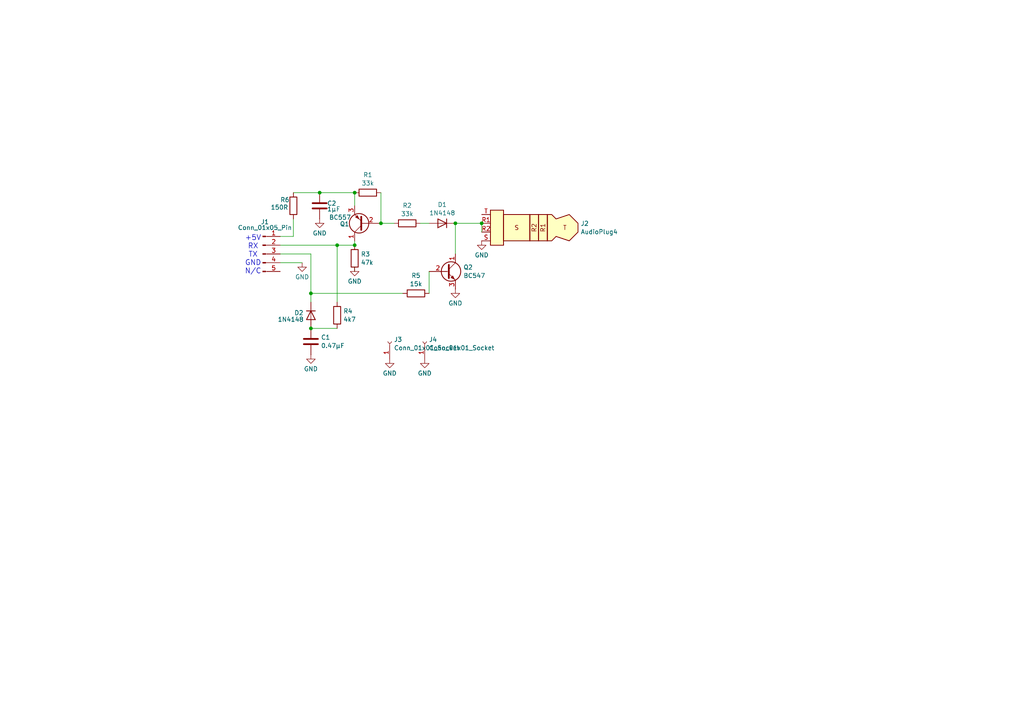
<source format=kicad_sch>
(kicad_sch (version 20231120) (generator "eeschema") (generator_version "8.0")
  (paper "A4")
  (lib_symbols
    (symbol "Connector:Conn_01x01_Socket" (pin_names (offset 1.016) hide)
      (property "Reference" "J" (at 0 2.54 0))
      (property "Value" "Conn_01x01_Socket" (at 0 -2.54 0))
      (symbol "Conn_01x01_Socket_1_1"
        (polyline (pts (xy -1.27 0) (xy -0.508 0)) (stroke (width 0.1524)))
        (arc (start 0 0.508) (mid -0.5058 0) (end 0 -0.508) (stroke (width 0.1524)))
        (pin passive line (at -5.08 0 0) (length 3.81) (name "Pin_1") (number "1"))
      )
    )
    (symbol "Connector:Conn_01x05_Pin" (pin_names (offset 1.016) hide)
      (property "Reference" "J" (at 0 7.62 0))
      (property "Value" "Conn_01x05_Pin" (at 0 -7.62 0))
      (symbol "Conn_01x05_Pin_1_1"
        (polyline (pts (xy 1.27 -5.08) (xy 0.8636 -5.08)) (stroke (width 0.1524)))
        (polyline (pts (xy 1.27 -2.54) (xy 0.8636 -2.54)) (stroke (width 0.1524)))
        (polyline (pts (xy 1.27 0) (xy 0.8636 0)) (stroke (width 0.1524)))
        (polyline (pts (xy 1.27 2.54) (xy 0.8636 2.54)) (stroke (width 0.1524)))
        (polyline (pts (xy 1.27 5.08) (xy 0.8636 5.08)) (stroke (width 0.1524)))
        (rectangle (start 0.8636 -4.953) (end 0 -5.207) (stroke (width 0.1524)) (fill (type outline)))
        (rectangle (start 0.8636 -2.413) (end 0 -2.667) (stroke (width 0.1524)) (fill (type outline)))
        (rectangle (start 0.8636 0.127) (end 0 -0.127) (stroke (width 0.1524)) (fill (type outline)))
        (rectangle (start 0.8636 2.667) (end 0 2.413) (stroke (width 0.1524)) (fill (type outline)))
        (rectangle (start 0.8636 5.207) (end 0 4.953) (stroke (width 0.1524)) (fill (type outline)))
        (pin passive line (at 5.08 5.08 180) (length 3.81) (name "Pin_1") (number "1"))
        (pin passive line (at 5.08 2.54 180) (length 3.81) (name "Pin_2") (number "2"))
        (pin passive line (at 5.08 0 180) (length 3.81) (name "Pin_3") (number "3"))
        (pin passive line (at 5.08 -2.54 180) (length 3.81) (name "Pin_4") (number "4"))
        (pin passive line (at 5.08 -5.08 180) (length 3.81) (name "Pin_5") (number "5"))
      )
    )
    (symbol "Connector_Audio:AudioPlug4"
      (property "Reference" "J" (at 10.16 5.08 0))
      (property "Value" "AudioPlug4" (at 11.43 -7.62 0))
      (symbol "AudioPlug4_0_0"
        (text "R1" (at -2.54 -1.27 900) (effects (font (size 1.27 1.27))))
        (text "R2" (at 0 -1.27 900) (effects (font (size 1.27 1.27))))
        (text "S" (at 5.08 -1.27 0) (effects (font (size 1.27 1.27))))
        (text "T" (at -8.89 -1.27 0) (effects (font (size 1.27 1.27))))
      )
      (symbol "AudioPlug4_0_1"
        (rectangle (start -1.27 2.54) (end -3.81 -5.08) (stroke (width 0.254)) (fill (type background)))
        (polyline (pts (xy -3.81 2.54) (xy -5.08 2.54) (xy -6.35 1.27) (xy -10.16 2.54) (xy -12.7 0) (xy -12.7 -2.54) (xy -10.16 -5.08) (xy -6.35 -3.81) (xy -5.08 -5.08) (xy -3.81 -5.08) (xy -3.81 2.54)) (stroke (width 0.254)) (fill (type background)))
        (rectangle (start 1.27 2.54) (end -1.27 -5.08) (stroke (width 0.254)) (fill (type background)))
        (rectangle (start 1.27 2.54) (end 8.89 -5.08) (stroke (width 0.254)) (fill (type background)))
        (rectangle (start 12.7 3.81) (end 8.89 -6.35) (stroke (width 0.254)) (fill (type background)))
      )
      (symbol "AudioPlug4_1_1"
        (pin passive line (at 15.24 -2.54 180) (length 2.54) (name "~") (number "R1"))
        (pin passive line (at 15.24 0 180) (length 2.54) (name "~") (number "R2"))
        (pin passive line (at 15.24 2.54 180) (length 2.54) (name "~") (number "S"))
        (pin passive line (at 15.24 -5.08 180) (length 2.54) (name "~") (number "T"))
      )
    )
    (symbol "D_1" (pin_numbers hide) (pin_names (offset 1.016) hide)
      (property "Reference" "D1" (at 0 -5.4145 0))
      (property "Value" "1N4148" (at 0 -2.9902 0))
      (symbol "D_1_0_1"
        (polyline (pts (xy -1.27 1.27) (xy -1.27 -1.27)) (stroke (width 0.254)))
        (polyline (pts (xy 1.27 0) (xy -1.27 0)))
        (polyline (pts (xy 1.27 1.27) (xy 1.27 -1.27) (xy -1.27 0) (xy 1.27 1.27)) (stroke (width 0.254)))
      )
      (symbol "D_1_1_1"
        (pin passive line (at 3.81 0 180) (length 2.54) (name "A") (number "1"))
        (pin passive line (at -3.81 0 0) (length 2.54) (name "K") (number "3"))
      )
    )
    (symbol "Device:C" (pin_numbers hide) (pin_names (offset 0.254))
      (property "Reference" "C" (at 0.635 2.54 0))
      (property "Value" "C" (at 0.635 -2.54 0))
      (symbol "C_0_1"
        (polyline (pts (xy -2.032 -0.762) (xy 2.032 -0.762)) (stroke (width 0.508)))
        (polyline (pts (xy -2.032 0.762) (xy 2.032 0.762)) (stroke (width 0.508)))
      )
      (symbol "C_1_1"
        (pin passive line (at 0 3.81 270) (length 2.794) (name "~") (number "1"))
        (pin passive line (at 0 -3.81 90) (length 2.794) (name "~") (number "2"))
      )
    )
    (symbol "Device:D" (pin_numbers hide) (pin_names (offset 1.016) hide)
      (property "Reference" "D2" (at -0.7042 -4.826 90))
      (property "Value" "1N4148" (at 1.2121 -9.652 90))
      (symbol "D_0_1"
        (polyline (pts (xy -1.27 1.27) (xy -1.27 -1.27)) (stroke (width 0.254)))
        (polyline (pts (xy 1.27 0) (xy -1.27 0)))
        (polyline (pts (xy 1.27 1.27) (xy 1.27 -1.27) (xy -1.27 0) (xy 1.27 1.27)) (stroke (width 0.254)))
      )
      (symbol "D_1_1"
        (pin passive line (at 3.81 0 180) (length 2.54) (name "A") (number "1"))
        (pin passive line (at -3.81 0 0) (length 2.54) (name "K") (number "3"))
      )
    )
    (symbol "Device:R" (pin_numbers hide) (pin_names (offset 0))
      (property "Reference" "R" (at 2.032 0 90))
      (property "Value" "R" (at 0 0 90))
      (symbol "R_0_1"
        (rectangle (start -1.016 -2.54) (end 1.016 2.54) (stroke (width 0.254)))
      )
      (symbol "R_1_1"
        (pin passive line (at 0 3.81 270) (length 1.27) (name "~") (number "1"))
        (pin passive line (at 0 -3.81 90) (length 1.27) (name "~") (number "2"))
      )
    )
    (symbol "Transistor_BJT:BC547" (pin_names (offset 0) hide)
      (property "Reference" "Q" (at 5.08 1.905 0))
      (property "Value" "BC547" (at 5.08 0 0))
      (symbol "BC547_0_1"
        (polyline (pts (xy 0 0) (xy 0.635 0)))
        (polyline (pts (xy 0.635 0.635) (xy 2.54 2.54)))
        (polyline (pts (xy 0.635 -0.635) (xy 2.54 -2.54) (xy 2.54 -2.54)))
        (polyline (pts (xy 0.635 1.905) (xy 0.635 -1.905) (xy 0.635 -1.905)) (stroke (width 0.508)))
        (polyline (pts (xy 1.27 -1.778) (xy 1.778 -1.27) (xy 2.286 -2.286) (xy 1.27 -1.778) (xy 1.27 -1.778)) (fill (type outline)))
        (circle (center 1.27 0) (radius 2.8194) (stroke (width 0.254)))
      )
      (symbol "BC547_1_1"
        (pin passive line (at 2.54 5.08 270) (length 2.54) (name "C") (number "1"))
        (pin input line (at -5.08 0 0) (length 5.08) (name "B") (number "2"))
        (pin passive line (at 2.54 -5.08 90) (length 2.54) (name "E") (number "3"))
      )
    )
    (symbol "Transistor_BJT:BC557" (pin_names (offset 0) hide)
      (property "Reference" "Q" (at 5.08 1.905 0))
      (property "Value" "BC557" (at 5.08 0 0))
      (symbol "BC557_0_1"
        (polyline (pts (xy 0.635 0.635) (xy 2.54 2.54)))
        (polyline (pts (xy 0.635 -0.635) (xy 2.54 -2.54) (xy 2.54 -2.54)))
        (polyline (pts (xy 0.635 1.905) (xy 0.635 -1.905) (xy 0.635 -1.905)) (stroke (width 0.508)))
        (polyline (pts (xy 2.286 -1.778) (xy 1.778 -2.286) (xy 1.27 -1.27) (xy 2.286 -1.778) (xy 2.286 -1.778)) (fill (type outline)))
        (circle (center 1.27 0) (radius 2.8194) (stroke (width 0.254)))
      )
      (symbol "BC557_1_1"
        (pin passive line (at 2.54 5.08 270) (length 2.54) (name "C") (number "1"))
        (pin input line (at -5.08 0 0) (length 5.715) (name "B") (number "2"))
        (pin passive line (at 2.54 -5.08 90) (length 2.54) (name "E") (number "3"))
      )
    )
    (symbol "power:GND" (power) (pin_numbers hide) (pin_names (offset 0) hide)
      (property "Value" "GND" (at 0 -3.81 0))
      (symbol "GND_0_1"
        (polyline (pts (xy 0 0) (xy 0 -1.27) (xy 1.27 -1.27) (xy 0 -2.54) (xy -1.27 -1.27) (xy 0 -1.27)))
      )
      (symbol "GND_1_1"
        (pin power_in line (at 0 0 270) (length 0) (name "~") (number "1"))
      )
    )
  )
  (junction (at 102.87 55.88))
  (junction (at 90.17 95.25))
  (junction (at 102.87 71.12))
  (junction (at 92.71 55.88))
  (junction (at 132.08 64.77))
  (junction (at 110.49 64.77))
  (junction (at 90.17 85.09))
  (junction (at 139.7 64.77))
  (junction (at 97.79 71.12))
  (wire (pts (xy 132.08 64.77) (xy 139.7 64.77)))
  (wire (pts (xy 92.71 55.88) (xy 102.87 55.88)))
  (wire (pts (xy 90.17 95.25) (xy 97.79 95.25)))
  (wire (pts (xy 102.87 78.74) (xy 102.87 77.47)))
  (wire (pts (xy 102.87 55.88) (xy 102.87 59.69)))
  (wire (pts (xy 121.92 64.77) (xy 124.46 64.77)))
  (wire (pts (xy 81.28 68.58) (xy 85.09 68.58)))
  (wire (pts (xy 90.17 85.09) (xy 116.84 85.09)))
  (wire (pts (xy 97.79 71.12) (xy 102.87 71.12)))
  (wire (pts (xy 85.09 55.88) (xy 92.71 55.88)))
  (wire (pts (xy 97.79 71.12) (xy 97.79 87.63)))
  (wire (pts (xy 81.28 71.12) (xy 97.79 71.12)))
  (wire (pts (xy 90.17 85.09) (xy 90.17 87.63)))
  (wire (pts (xy 85.09 63.5) (xy 85.09 68.58)))
  (wire (pts (xy 139.7 64.77) (xy 139.7 67.31)))
  (wire (pts (xy 90.17 73.66) (xy 81.28 73.66)))
  (wire (pts (xy 90.17 73.66) (xy 90.17 85.09)))
  (wire (pts (xy 110.49 55.88) (xy 110.49 64.77)))
  (wire (pts (xy 132.08 73.66) (xy 132.08 64.77)))
  (wire (pts (xy 124.46 78.74) (xy 124.46 85.09)))
  (wire (pts (xy 110.49 64.77) (xy 114.3 64.77)))
  (wire (pts (xy 81.28 76.2) (xy 87.63 76.2)))
  (wire (pts (xy 102.87 69.85) (xy 102.87 71.12)))
  (text "+5V\nRX\nTX\nGND\nN/C" (at 73.406 73.914 0) (effects (font (size 1.5 1.5))))
  (symbol (lib_id "power:GND") (at 90.17 102.87 0) (unit 1)
    (property "Reference" "#PWR05" (effects (hide yes)))
    (property "Value" "GND" (at 90.17 107.0031 0))
    (property "Description" "Power symbol creates a global label with name \"GND\" , ground" (effects (hide yes)))
  )
  (symbol (lib_id "power:GND") (at 92.71 63.5 0) (unit 1)
    (property "Reference" "#PWR06" (effects (hide yes)))
    (property "Value" "GND" (at 92.71 67.6331 0))
    (property "Description" "Power symbol creates a global label with name \"GND\" , ground" (effects (hide yes)))
  )
  (symbol (lib_id "Device:R") (at 97.79 91.44 0) (unit 1)
    (property "Reference" "R4" (at 99.568 90.2278 0) (effects (justify left)))
    (property "Value" "4k7" (at 99.568 92.6521 0) (effects (justify left)))
    (property "Footprint" "Resistor_SMD:R_1206_3216Metric" (effects (hide yes)))
    (property "Description" "Resistor" (effects (hide yes)))
  )
  (symbol (lib_id "Device:R") (at 85.09 59.69 0) (unit 1)
    (property "Reference" "R6" (at 81.28 57.9698 0) (effects (justify left)))
    (property "Value" "150R" (at 78.486 60.1401 0) (effects (justify left)))
    (property "Footprint" "Resistor_SMD:R_0603_1608Metric" (effects (hide yes)))
    (property "Description" "Resistor" (effects (hide yes)))
  )
  (symbol (lib_id "power:GND") (at 87.63 76.2 0) (unit 1)
    (property "Reference" "#PWR02" (effects (hide yes)))
    (property "Value" "GND" (at 87.63 80.3331 0))
    (property "Description" "Power symbol creates a global label with name \"GND\" , ground" (effects (hide yes)))
  )
  (symbol (lib_id "Transistor_BJT:BC557") (at 105.41 64.77 180) (unit 1)
    (property "Reference" "Q1" (at 101.3206 64.9662 0) (effects (justify left)))
    (property "Value" "BC557" (at 101.8286 63.0499 0) (effects (justify left)))
    (property "Footprint" "Package_TO_SOT_THT:TO-92_Inline" (effects (hide yes)))
    (property "Datasheet" "https://www.onsemi.com/pub/Collateral/BC556BTA-D.pdf" (effects (hide yes)))
    (property "Description" "0.1A Ic, 45V Vce, PNP Small Signal Transistor, TO-92" (effects (hide yes)))
  )
  (symbol (lib_id "Device:R") (at 106.68 55.88 90) (unit 1)
    (property "Reference" "R1" (at 106.68 50.7195 90))
    (property "Value" "33k" (at 106.68 53.1438 90))
    (property "Footprint" "Resistor_SMD:R_0603_1608Metric" (effects (hide yes)))
    (property "Description" "Resistor" (effects (hide yes)))
  )
  (symbol (lib_id "Transistor_BJT:BC547") (at 129.54 78.74 0) (unit 1)
    (property "Reference" "Q2" (at 134.3914 77.5278 0) (effects (justify left)))
    (property "Value" "BC547" (at 134.3914 79.9521 0) (effects (justify left)))
    (property "Footprint" "Package_TO_SOT_THT:TO-92_Inline" (effects (hide yes)))
    (property "Datasheet" "https://www.onsemi.com/pub/Collateral/BC550-D.pdf" (effects (hide yes)))
    (property "Description" "0.1A Ic, 45V Vce, Small Signal NPN Transistor, TO-92" (effects (hide yes)))
  )
  (symbol (lib_id "power:GND") (at 132.08 83.82 0) (unit 1)
    (property "Reference" "#PWR03" (effects (hide yes)))
    (property "Value" "GND" (at 132.08 87.9531 0))
    (property "Description" "Power symbol creates a global label with name \"GND\" , ground" (effects (hide yes)))
  )
  (symbol (lib_id "Device:C") (at 90.17 99.06 0) (unit 1)
    (property "Reference" "C1" (at 93.091 97.8478 0) (effects (justify left)))
    (property "Value" "0.47µF" (at 93.091 100.2721 0) (effects (justify left)))
    (property "Footprint" "Capacitor_THT:C_Rect_L7.2mm_W2.5mm_P5.00mm_FKS2_FKP2_MKS2_MKP2" (effects (hide yes)))
    (property "Description" "Unpolarized capacitor" (effects (hide yes)))
  )
  (symbol (lib_id "Connector:Conn_01x05_Pin") (at 76.2 73.66 0) (unit 1)
    (property "Reference" "J1" (at 76.835 64.3593 0))
    (property "Value" "Conn_01x05_Pin" (at 76.835 66.0216 0))
    (property "Footprint" "Connector_PinHeader_2.54mm:PinHeader_1x05_P2.54mm_Vertical" (effects (hide yes)))
    (property "Description" "Generic connector, single row, 01x05, script generated" (effects (hide yes)))
  )
  (symbol (lib_id "Connector:Conn_01x01_Socket") (at 113.03 99.06 90) (unit 1)
    (property "Reference" "J3" (at 114.2492 98.4828 90) (effects (justify right)))
    (property "Value" "Conn_01x01_Socket" (at 114.2492 100.9071 90) (effects (justify right)))
    (property "Footprint" "Connector_PinHeader_2.54mm:PinHeader_1x01_P2.54mm_Vertical" (effects (hide yes)))
    (property "Description" "Generic connector, single row, 01x01, script generated" (effects (hide yes)))
  )
  (symbol (lib_name "D_1") (lib_id "Device:D") (at 128.27 64.77 180) (unit 1)
    (property "Reference" "D1" (at 128.27 59.3555 0))
    (property "Value" "1N4148" (at 128.27 61.7798 0))
    (property "Footprint" "Package_TO_SOT_SMD:SOT-23" (effects (hide yes)))
    (property "Description" "Diode" (effects (hide yes)))
    (property "Sim.Device" "D" (effects (hide yes)))
    (property "Sim.Pins" "3=K 1=A" (effects (hide yes)))
  )
  (symbol (lib_id "Device:R") (at 120.65 85.09 90) (unit 1)
    (property "Reference" "R5" (at 120.65 79.9295 90))
    (property "Value" "15k" (at 120.65 82.3538 90))
    (property "Footprint" "Resistor_SMD:R_0603_1608Metric" (effects (hide yes)))
    (property "Description" "Resistor" (effects (hide yes)))
  )
  (symbol (lib_id "Device:R") (at 102.87 74.93 0) (unit 1)
    (property "Reference" "R3" (at 104.648 73.7178 0) (effects (justify left)))
    (property "Value" "47k" (at 104.648 76.1421 0) (effects (justify left)))
    (property "Footprint" "Resistor_SMD:R_0603_1608Metric" (effects (hide yes)))
    (property "Description" "Resistor" (effects (hide yes)))
  )
  (symbol (lib_id "power:GND") (at 102.87 77.47 0) (unit 1)
    (property "Reference" "#PWR01" (effects (hide yes)))
    (property "Value" "GND" (at 102.87 81.6031 0))
    (property "Description" "Power symbol creates a global label with name \"GND\" , ground" (effects (hide yes)))
  )
  (symbol (lib_id "power:GND") (at 123.19 104.14 0) (unit 1)
    (property "Reference" "#PWR08" (effects (hide yes)))
    (property "Value" "GND" (at 123.19 108.2731 0))
    (property "Description" "Power symbol creates a global label with name \"GND\" , ground" (effects (hide yes)))
  )
  (symbol (lib_id "Device:D") (at 90.17 91.44 270) (unit 1)
    (property "Reference" "D2" (at 85.344 90.7358 90) (effects (justify left)))
    (property "Value" "1N4148" (at 80.518 92.6521 90) (effects (justify left)))
    (property "Footprint" "Package_TO_SOT_SMD:SOT-23" (effects (hide yes)))
    (property "Description" "Diode" (effects (hide yes)))
    (property "Sim.Device" "D" (effects (hide yes)))
    (property "Sim.Pins" "3=K 1=A" (effects (hide yes)))
  )
  (symbol (lib_id "Connector_Audio:AudioPlug4") (at 154.94 67.31 180) (unit 1)
    (property "Reference" "J2" (at 168.402 64.8278 0) (effects (justify right)))
    (property "Value" "AudioPlug4" (at 168.402 67.2521 0) (effects (justify right)))
    (property "Footprint" "Connector_PinHeader_2.54mm:PinHeader_1x04_P2.54mm_Vertical" (effects (hide yes)))
    (property "Description" "Audio Jack, 4 Poles (Stereo / TRRS)" (effects (hide yes)))
  )
  (symbol (lib_id "Connector:Conn_01x01_Socket") (at 123.19 99.06 90) (unit 1)
    (property "Reference" "J4" (at 124.4092 98.4828 90) (effects (justify right)))
    (property "Value" "Conn_01x01_Socket" (at 124.4092 100.9071 90) (effects (justify right)))
    (property "Footprint" "Connector_PinHeader_2.54mm:PinHeader_1x01_P2.54mm_Vertical" (effects (hide yes)))
    (property "Description" "Generic connector, single row, 01x01, script generated" (effects (hide yes)))
  )
  (symbol (lib_id "Device:C") (at 92.71 59.69 0) (unit 1)
    (property "Reference" "C2" (at 94.869 58.9858 0) (effects (justify left)))
    (property "Value" "1µF" (at 94.869 60.6481 0) (effects (justify left)))
    (property "Footprint" "Capacitor_THT:C_Rect_L7.2mm_W2.5mm_P5.00mm_FKS2_FKP2_MKS2_MKP2" (effects (hide yes)))
    (property "Description" "Unpolarized capacitor" (effects (hide yes)))
  )
  (symbol (lib_id "Device:R") (at 118.11 64.77 90) (unit 1)
    (property "Reference" "R2" (at 118.11 59.6095 90))
    (property "Value" "33k" (at 118.11 62.0338 90))
    (property "Footprint" "Resistor_SMD:R_0603_1608Metric" (effects (hide yes)))
    (property "Description" "Resistor" (effects (hide yes)))
  )
  (symbol (lib_id "power:GND") (at 139.7 69.85 0) (unit 1)
    (property "Reference" "#PWR04" (effects (hide yes)))
    (property "Value" "GND" (at 139.7 73.9831 0))
    (property "Description" "Power symbol creates a global label with name \"GND\" , ground" (effects (hide yes)))
  )
  (symbol (lib_id "power:GND") (at 113.03 104.14 0) (unit 1)
    (property "Reference" "#PWR07" (effects (hide yes)))
    (property "Value" "GND" (at 113.03 108.2731 0))
    (property "Description" "Power symbol creates a global label with name \"GND\" , ground" (effects (hide yes)))
  )
)
</source>
